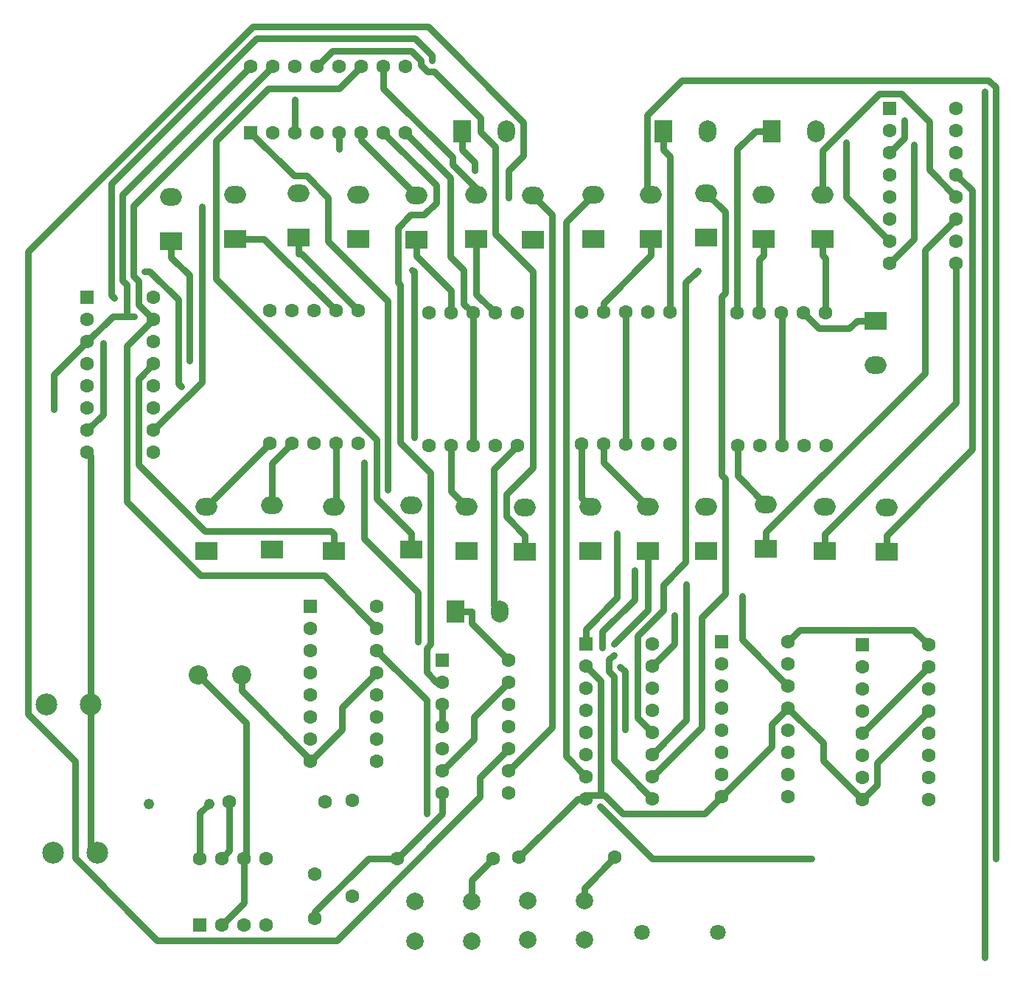
<source format=gbl>
G04 Layer: BottomLayer*
G04 EasyEDA v6.5.22, 2022-11-10 13:02:32*
G04 01bc966966e84c7b8353b39a3c1ed1af,4d8ab2db40884aeb91e54047068f32cb,10*
G04 Gerber Generator version 0.2*
G04 Scale: 100 percent, Rotated: No, Reflected: No *
G04 Dimensions in inches *
G04 leading zeros omitted , absolute positions ,3 integer and 6 decimal *
%FSLAX36Y36*%
%MOIN*%

%AMMACRO1*21,1,$1,$2,0,0,$3*%
%ADD10C,0.0300*%
%ADD11C,0.0630*%
%ADD12C,0.0866*%
%ADD13C,0.0709*%
%ADD14C,0.0787*%
%ADD15R,0.0630X0.0630*%
%ADD16C,0.0630*%
%ADD17O,0.098425X0.07873999999999999*%
%ADD18MACRO1,0.0788X0.0984X90.0000*%
%ADD19O,0.07873999999999999X0.098425*%
%ADD20MACRO1,0.0788X0.0984X0.0000*%
%ADD21MACRO1,0.0788X0.0984X-90.0000*%
%ADD22C,0.0490*%
%ADD23C,0.0984*%
%ADD24C,0.0240*%
%ADD25C,0.0174*%

%LPD*%
D10*
X3141840Y-1511239D02*
G01*
X3088760Y-1511239D01*
X3075000Y-1525000D01*
X3690000Y-1515000D02*
G01*
X3613159Y-1591840D01*
X3240780Y-1591840D01*
X3160180Y-1511239D01*
X3141840Y-1511239D01*
X3141840Y-1511239D02*
G01*
X3141840Y-991840D01*
X3075000Y-925000D01*
X2260000Y1485000D02*
G01*
X2260000Y1482370D01*
X2462039Y1280329D01*
X2462039Y924949D01*
X2523569Y863420D01*
X2523569Y710430D01*
X2564499Y669499D01*
X2223469Y-1795000D02*
G01*
X2425000Y-1593470D01*
X2425000Y-1500000D01*
X2223469Y-1795000D02*
G01*
X2092380Y-1795000D01*
X1850000Y-2037379D01*
X1850000Y-2065000D01*
X2565500Y70500D02*
G01*
X2565500Y668499D01*
X2564499Y669499D01*
X3254499Y674499D02*
G01*
X3255500Y673499D01*
X3255500Y75500D01*
X3959499Y669499D02*
G01*
X3960500Y668499D01*
X3960500Y70500D01*
X1832929Y-1352069D02*
G01*
X1518429Y-1037570D01*
X1518429Y-965000D01*
X1832929Y-1352069D02*
G01*
X1830000Y-1355000D01*
X2130000Y-955000D02*
G01*
X1972989Y-1112010D01*
X1972989Y-1212010D01*
X1832929Y-1352069D01*
X820000Y40000D02*
G01*
X835000Y25000D01*
X835000Y-1100000D01*
X4450000Y895000D02*
G01*
X4556940Y1001939D01*
X4556940Y1428620D01*
X3990000Y-1115000D02*
G01*
X3914610Y-1190390D01*
X3914610Y-1290390D01*
X3690000Y-1515000D01*
X4625000Y-1130000D02*
G01*
X4391580Y-1363420D01*
X4391580Y-1463420D01*
X4325000Y-1530000D01*
X4325000Y-1530000D02*
G01*
X4148609Y-1353609D01*
X4148609Y-1273609D01*
X3990000Y-1115000D01*
X2773469Y-1790000D02*
G01*
X3038469Y-1525000D01*
X3075000Y-1525000D01*
X835000Y-1100000D02*
G01*
X835000Y-1740000D01*
X865000Y-1770000D01*
X1530000Y-1795000D02*
G01*
X1539359Y-1785639D01*
X1539359Y-1182779D01*
X1321580Y-965000D01*
X1430000Y-2095000D02*
G01*
X1530000Y-1995000D01*
X1530000Y-1795000D01*
X3990000Y-1015000D02*
G01*
X3780420Y-805419D01*
X3780420Y-608890D01*
X1560000Y1485000D02*
G01*
X1755180Y1289819D01*
X1811350Y1289819D01*
X1910000Y1191170D01*
X1910000Y993220D01*
X2179359Y723859D01*
X2179359Y-128609D01*
X3375000Y-925000D02*
G01*
X3474160Y-825839D01*
X3474160Y-697680D01*
X4325000Y-1230000D02*
G01*
X4625000Y-930000D01*
X4877799Y1668980D02*
G01*
X4877799Y-2242350D01*
X2656540Y-1795000D02*
G01*
X2557950Y-1893589D01*
X2557950Y-1991419D01*
X3206540Y-1790000D02*
G01*
X3067950Y-1928589D01*
X3067950Y-1986419D01*
X1935000Y-205000D02*
G01*
X1945500Y-194499D01*
X1945500Y80500D01*
X1655000Y-200000D02*
G01*
X1655000Y-10000D01*
X1745500Y80500D01*
X1360000Y-205000D02*
G01*
X1645500Y80500D01*
X1200000Y995000D02*
G01*
X1200000Y920590D01*
X1200000Y920590D02*
G01*
X1282079Y838510D01*
X1282079Y453739D01*
X1775000Y1010000D02*
G01*
X1775000Y935590D01*
X1775000Y935590D02*
G01*
X1788410Y935590D01*
X2044499Y679499D01*
X1490000Y1005000D02*
G01*
X1618999Y1005000D01*
X1944499Y679499D01*
X2535000Y-205000D02*
G01*
X2465500Y-135500D01*
X2465500Y70500D01*
X2765500Y70500D02*
G01*
X2659089Y-35909D01*
X2659089Y-654090D01*
X2685000Y-680000D01*
X2515000Y1490000D02*
G01*
X2515000Y1405790D01*
X2515000Y1405790D02*
G01*
X2571909Y1348879D01*
X2571909Y1312049D01*
X2580000Y1005000D02*
G01*
X2580000Y754000D01*
X2664499Y669499D01*
X2464499Y669499D02*
G01*
X2464499Y771089D01*
X2310000Y925590D01*
X2310000Y1000000D02*
G01*
X2310000Y925590D01*
X3355000Y-205000D02*
G01*
X3155500Y-5500D01*
X3155500Y75500D01*
X3095000Y-205000D02*
G01*
X3055500Y-165500D01*
X3055500Y75500D01*
X3425000Y1490000D02*
G01*
X3425000Y1405790D01*
X3425000Y1405790D02*
G01*
X3454499Y1376289D01*
X3454499Y674499D01*
X3370000Y1005000D02*
G01*
X3370000Y930590D01*
X3370000Y930590D02*
G01*
X3154499Y715090D01*
X3154499Y674499D01*
X3890000Y-195000D02*
G01*
X3760500Y-65500D01*
X3760500Y70500D01*
X3915000Y1490000D02*
G01*
X3840590Y1490000D01*
X3840590Y1490000D02*
G01*
X3759499Y1408910D01*
X3759499Y669499D01*
X4145000Y1005000D02*
G01*
X4145000Y930590D01*
X4145000Y930590D02*
G01*
X4159499Y916089D01*
X4159499Y669499D01*
X4385000Y635000D02*
G01*
X4300789Y635000D01*
X4300789Y635000D02*
G01*
X4265709Y599920D01*
X4129080Y599920D01*
X4059499Y669499D01*
X3880000Y1005000D02*
G01*
X3880000Y930590D01*
X3880000Y930590D02*
G01*
X3859499Y910090D01*
X3859499Y669499D01*
X2297049Y106849D02*
G01*
X2297049Y855689D01*
X2289240Y863499D01*
X2313750Y-815270D02*
G01*
X2313750Y-591649D01*
X2073569Y-351469D01*
X2073569Y-7939D01*
X2310000Y1200000D02*
G01*
X2060000Y1450000D01*
X2060000Y1485000D01*
X2425000Y-1000000D02*
G01*
X2400190Y-1000000D01*
X2354369Y-954180D01*
X2354369Y-845450D01*
X2371620Y-828200D01*
X2371620Y-53020D01*
X2236000Y82600D01*
X2236000Y795419D01*
X2224650Y806770D01*
X2224650Y1053820D01*
X2282990Y1112159D01*
X2342380Y1112159D01*
X2397910Y1167689D01*
X2397910Y1247089D01*
X2160000Y1485000D01*
X2725000Y-1000000D02*
G01*
X2567990Y-1157010D01*
X2567990Y-1257010D01*
X2425000Y-1400000D01*
X2425000Y-1200000D02*
G01*
X2425000Y-1100000D01*
X2835000Y1200000D02*
G01*
X2922010Y1112989D01*
X2922010Y-1202989D01*
X2725000Y-1400000D01*
X2725000Y-1300000D02*
G01*
X2596109Y-1428890D01*
X2596109Y-1516840D01*
X1946980Y-2165970D01*
X1136840Y-2165970D01*
X765000Y-1794130D01*
X765000Y-1357179D01*
X550450Y-1142629D01*
X550450Y945290D01*
X1567460Y1962300D01*
X2360690Y1962300D01*
X2791340Y1531649D01*
X2791340Y1379769D01*
X2724139Y1312570D01*
X2724139Y1189659D01*
X2160000Y1785000D02*
G01*
X2160000Y1685000D01*
X2472870Y1372130D01*
X2472870Y1340290D01*
X2580000Y1233159D01*
X2580000Y1205000D01*
X1660000Y1785000D02*
G01*
X1028609Y1153609D01*
X1028609Y837310D01*
X1053119Y812800D01*
X1053119Y706880D01*
X1120000Y640000D01*
X1120000Y640000D02*
G01*
X999650Y519650D01*
X999650Y-183400D01*
X1331980Y-515729D01*
X1890730Y-515729D01*
X2130000Y-755000D01*
X820000Y140000D02*
G01*
X891589Y211590D01*
X891589Y535030D01*
X669619Y233820D02*
G01*
X669619Y389619D01*
X820000Y540000D01*
X1560000Y1785000D02*
G01*
X978540Y1203539D01*
X978540Y816579D01*
X997110Y798009D01*
X997110Y654600D01*
X997110Y654600D02*
G01*
X1031270Y654600D01*
X820000Y540000D02*
G01*
X934600Y654600D01*
X997110Y654600D01*
X1760000Y1485000D02*
G01*
X1760000Y1632579D01*
X4450000Y1395000D02*
G01*
X4516580Y1461579D01*
X4516580Y1540059D01*
X2485000Y-680000D02*
G01*
X2559409Y-680000D01*
X2559409Y-680000D02*
G01*
X2559409Y-734409D01*
X2725000Y-900000D01*
X4625000Y-830000D02*
G01*
X4556589Y-761590D01*
X4043410Y-761590D01*
X3990000Y-815000D01*
X1370240Y-1550000D02*
G01*
X1330000Y-1590239D01*
X1330000Y-1795000D01*
X1463469Y-1540000D02*
G01*
X1463469Y-1761529D01*
X1430000Y-1795000D01*
X1935000Y-405000D02*
G01*
X1935000Y-330590D01*
X1935000Y-330590D02*
G01*
X1922089Y-317680D01*
X1352150Y-317680D01*
X1051059Y-16590D01*
X1051059Y371060D01*
X1120000Y440000D01*
X1120000Y140000D02*
G01*
X1337780Y357779D01*
X1337780Y1150870D01*
X1960000Y1485000D02*
G01*
X1960000Y1411190D01*
X1860000Y1785000D02*
G01*
X1928930Y1853930D01*
X2286819Y1853930D01*
X2329160Y1811590D01*
X2329160Y1788800D01*
X2358500Y1759459D01*
X2388890Y1759459D01*
X2597349Y1550999D01*
X2597349Y1487399D01*
X2665590Y1419160D01*
X2665590Y1026920D01*
X2834390Y858119D01*
X2834390Y-31199D01*
X2715600Y-149989D01*
X2715600Y-251190D01*
X2800000Y-335590D01*
X2800000Y-410000D02*
G01*
X2800000Y-335590D01*
X2285000Y-325590D02*
G01*
X2129269Y-169859D01*
X2129269Y97040D01*
X1402370Y823939D01*
X1402370Y1446660D01*
X1638360Y1682649D01*
X1957650Y1682649D01*
X2060000Y1785000D01*
X2285000Y-400000D02*
G01*
X2285000Y-325590D01*
X1078680Y858049D02*
G01*
X1078680Y858040D01*
X1102659Y858040D01*
X1231999Y728699D01*
X1231999Y350090D01*
X1245640Y336449D01*
X2379229Y1809529D02*
G01*
X2379229Y1832350D01*
X2302929Y1908649D01*
X1584729Y1908649D01*
X928459Y1252379D01*
X928459Y751550D01*
X941660Y738350D01*
X3150180Y-843330D02*
G01*
X3150180Y-769810D01*
X3293630Y-626359D01*
X3293630Y-492649D01*
X3227259Y-928389D02*
G01*
X3250339Y-951469D01*
X3250339Y-1213279D01*
X3580659Y859479D02*
G01*
X3526819Y805639D01*
X3526819Y-457809D01*
X3424099Y-560529D01*
X3424099Y-674529D01*
X3308310Y-790320D01*
X3308310Y-1158310D01*
X3375000Y-1225000D01*
X3375000Y-1325000D02*
G01*
X3528490Y-1171509D01*
X3528490Y-555920D01*
X3620000Y1210000D02*
G01*
X3704269Y1125729D01*
X3704269Y759439D01*
X3688919Y744090D01*
X3688919Y-64740D01*
X3705370Y-81190D01*
X3705370Y-599229D01*
X3598280Y-706320D01*
X3598280Y-1201720D01*
X3375000Y-1425000D01*
X3200259Y-874929D02*
G01*
X3177190Y-898000D01*
X3177190Y-949119D01*
X3200259Y-972190D01*
X3200259Y-1350259D01*
X3375000Y-1525000D01*
X3355000Y-405000D02*
G01*
X3355000Y-672829D01*
X3200259Y-827570D01*
X3200259Y-827590D01*
X3110000Y1205000D02*
G01*
X2984560Y1079560D01*
X2984560Y-1334560D01*
X3075000Y-1425000D01*
X3370000Y1205000D02*
G01*
X3350519Y1224479D01*
X3350519Y1563350D01*
X3508680Y1721509D01*
X4896800Y1721509D01*
X4927870Y1690439D01*
X4927870Y-1797339D01*
X4095259Y-1797339D02*
G01*
X3375479Y-1797339D01*
X3139449Y-1561309D01*
X3075000Y-758490D02*
G01*
X3215829Y-617660D01*
X3215829Y-328099D01*
X3075000Y-825000D02*
G01*
X3075000Y-758490D01*
X4435000Y-410000D02*
G01*
X4435000Y-335590D01*
X4435000Y-335590D02*
G01*
X4822619Y52029D01*
X4822619Y1222379D01*
X4750000Y1295000D01*
X4750000Y1195000D02*
G01*
X4629110Y1315889D01*
X4629110Y1534510D01*
X4502039Y1661579D01*
X4402280Y1661579D01*
X4145000Y1404299D01*
X4145000Y1205000D01*
X3890000Y-395000D02*
G01*
X3890000Y-320590D01*
X3890000Y-320590D02*
G01*
X4607020Y396430D01*
X4607020Y952020D01*
X4750000Y1095000D01*
X4155000Y-405000D02*
G01*
X4155000Y-330590D01*
X4155000Y-330590D02*
G01*
X4750000Y264409D01*
X4750000Y895000D01*
X4450000Y995000D02*
G01*
X4253220Y1191779D01*
X4253220Y1441709D01*
X2130000Y-855000D02*
G01*
X2356059Y-1081060D01*
X2356059Y-1591610D01*
D11*
G01*
X1850000Y-2065000D03*
G01*
X1850000Y-1865000D03*
D12*
G01*
X1321580Y-965000D03*
G01*
X1518419Y-965000D03*
D13*
G01*
X3328739Y-2130000D03*
G01*
X3671260Y-2130000D03*
D14*
G01*
X2302049Y-2168580D03*
G01*
X2557950Y-2168580D03*
G01*
X2557950Y-1991419D03*
G01*
X2302049Y-1991419D03*
G01*
X2812049Y-2163580D03*
G01*
X3067950Y-2163580D03*
G01*
X3067950Y-1986419D03*
G01*
X2812049Y-1986419D03*
D11*
G01*
X1945500Y80500D03*
G01*
X1845500Y80500D03*
G01*
X1745500Y80500D03*
G01*
X2045500Y80500D03*
G01*
X1645500Y80500D03*
G01*
X1644499Y679499D03*
G01*
X2044499Y679499D03*
G01*
X1944499Y679499D03*
G01*
X1744499Y679499D03*
G01*
X1844499Y679499D03*
G01*
X2665500Y70500D03*
G01*
X2565500Y70500D03*
G01*
X2465500Y70500D03*
G01*
X2765500Y70500D03*
G01*
X2365500Y70500D03*
G01*
X2364499Y669499D03*
G01*
X2764499Y669499D03*
G01*
X2664499Y669499D03*
G01*
X2464499Y669499D03*
G01*
X2564499Y669499D03*
G01*
X3355500Y75500D03*
G01*
X3255500Y75500D03*
G01*
X3155500Y75500D03*
G01*
X3455500Y75500D03*
G01*
X3055500Y75500D03*
G01*
X3054499Y674499D03*
G01*
X3454499Y674499D03*
G01*
X3354499Y674499D03*
G01*
X3154499Y674499D03*
G01*
X3254499Y674499D03*
G01*
X4060500Y70500D03*
G01*
X3960500Y70500D03*
G01*
X3860500Y70500D03*
G01*
X4160500Y70500D03*
G01*
X3760500Y70500D03*
G01*
X3759499Y669499D03*
G01*
X4159499Y669499D03*
G01*
X4059499Y669499D03*
G01*
X3859499Y669499D03*
G01*
X3959499Y669499D03*
D15*
G01*
X2425000Y-900000D03*
D16*
G01*
X2425000Y-1000000D03*
G01*
X2425000Y-1300000D03*
G01*
X2425000Y-1400000D03*
G01*
X2425000Y-1100000D03*
G01*
X2425000Y-1200000D03*
G01*
X2425000Y-1500000D03*
G01*
X2725000Y-1500000D03*
G01*
X2725000Y-1400000D03*
G01*
X2725000Y-1300000D03*
G01*
X2725000Y-1200000D03*
G01*
X2725000Y-1100000D03*
G01*
X2725000Y-1000000D03*
G01*
X2725000Y-900000D03*
D15*
G01*
X1330000Y-2095000D03*
D16*
G01*
X1430000Y-2095000D03*
G01*
X1530000Y-2095000D03*
G01*
X1630000Y-2095000D03*
G01*
X1630000Y-1795000D03*
G01*
X1530000Y-1795000D03*
G01*
X1430000Y-1795000D03*
G01*
X1330000Y-1795000D03*
D11*
G01*
X1120000Y740000D03*
G01*
X1120000Y640000D03*
G01*
X1120000Y540000D03*
G01*
X1120000Y440000D03*
G01*
X1120000Y340000D03*
G01*
X1120000Y240000D03*
G01*
X1120000Y140000D03*
G01*
X1120000Y40000D03*
G01*
X820000Y40000D03*
G01*
X820000Y140000D03*
G01*
X820000Y240000D03*
G01*
X820000Y340000D03*
G01*
X820000Y440000D03*
G01*
X820000Y540000D03*
G01*
X820000Y640000D03*
D15*
G01*
X820000Y740000D03*
D11*
G01*
X1560000Y1785000D03*
G01*
X1660000Y1785000D03*
G01*
X1760000Y1785000D03*
G01*
X1860000Y1785000D03*
G01*
X1960000Y1785000D03*
G01*
X2060000Y1785000D03*
G01*
X2160000Y1785000D03*
G01*
X2260000Y1785000D03*
G01*
X2260000Y1485000D03*
G01*
X2160000Y1485000D03*
G01*
X2060000Y1485000D03*
G01*
X1960000Y1485000D03*
G01*
X1860000Y1485000D03*
G01*
X1760000Y1485000D03*
G01*
X1660000Y1485000D03*
D15*
G01*
X1560000Y1485000D03*
D11*
G01*
X3375000Y-825000D03*
G01*
X3375000Y-925000D03*
G01*
X3375000Y-1025000D03*
G01*
X3375000Y-1125000D03*
G01*
X3375000Y-1225000D03*
G01*
X3375000Y-1325000D03*
G01*
X3375000Y-1425000D03*
G01*
X3375000Y-1525000D03*
G01*
X3075000Y-1525000D03*
G01*
X3075000Y-1425000D03*
G01*
X3075000Y-1325000D03*
G01*
X3075000Y-1225000D03*
G01*
X3075000Y-1125000D03*
G01*
X3075000Y-1025000D03*
G01*
X3075000Y-925000D03*
D15*
G01*
X3075000Y-825000D03*
D11*
G01*
X4750000Y1595000D03*
G01*
X4750000Y1495000D03*
G01*
X4750000Y1395000D03*
G01*
X4750000Y1295000D03*
G01*
X4750000Y1195000D03*
G01*
X4750000Y1095000D03*
G01*
X4750000Y995000D03*
G01*
X4750000Y895000D03*
G01*
X4450000Y895000D03*
G01*
X4450000Y995000D03*
G01*
X4450000Y1095000D03*
G01*
X4450000Y1195000D03*
G01*
X4450000Y1295000D03*
G01*
X4450000Y1395000D03*
G01*
X4450000Y1495000D03*
D15*
G01*
X4450000Y1595000D03*
D11*
G01*
X2130000Y-655000D03*
G01*
X2130000Y-755000D03*
G01*
X2130000Y-855000D03*
G01*
X2130000Y-955000D03*
G01*
X2130000Y-1055000D03*
G01*
X2130000Y-1155000D03*
G01*
X2130000Y-1255000D03*
G01*
X2130000Y-1355000D03*
G01*
X1830000Y-1355000D03*
G01*
X1830000Y-1255000D03*
G01*
X1830000Y-1155000D03*
G01*
X1830000Y-1055000D03*
G01*
X1830000Y-955000D03*
G01*
X1830000Y-855000D03*
G01*
X1830000Y-755000D03*
D15*
G01*
X1830000Y-655000D03*
D11*
G01*
X3990000Y-815000D03*
G01*
X3990000Y-915000D03*
G01*
X3990000Y-1015000D03*
G01*
X3990000Y-1115000D03*
G01*
X3990000Y-1215000D03*
G01*
X3990000Y-1315000D03*
G01*
X3990000Y-1415000D03*
G01*
X3990000Y-1515000D03*
G01*
X3690000Y-1515000D03*
G01*
X3690000Y-1415000D03*
G01*
X3690000Y-1315000D03*
G01*
X3690000Y-1215000D03*
G01*
X3690000Y-1115000D03*
G01*
X3690000Y-1015000D03*
G01*
X3690000Y-915000D03*
D15*
G01*
X3690000Y-815000D03*
D11*
G01*
X4625000Y-830000D03*
G01*
X4625000Y-930000D03*
G01*
X4625000Y-1030000D03*
G01*
X4625000Y-1130000D03*
G01*
X4625000Y-1230000D03*
G01*
X4625000Y-1330000D03*
G01*
X4625000Y-1430000D03*
G01*
X4625000Y-1530000D03*
G01*
X4325000Y-1530000D03*
G01*
X4325000Y-1430000D03*
G01*
X4325000Y-1330000D03*
G01*
X4325000Y-1230000D03*
G01*
X4325000Y-1130000D03*
G01*
X4325000Y-1030000D03*
G01*
X4325000Y-930000D03*
D15*
G01*
X4325000Y-830000D03*
D17*
G01*
X1360000Y-205000D03*
D18*
G01*
X1360000Y-405000D03*
D17*
G01*
X1655000Y-200000D03*
D18*
G01*
X1655000Y-400000D03*
D17*
G01*
X1935000Y-205000D03*
D18*
G01*
X1935000Y-405000D03*
D17*
G01*
X1200000Y1195000D03*
D18*
G01*
X1200000Y995000D03*
D17*
G01*
X2045000Y1205000D03*
D18*
G01*
X2045000Y1005000D03*
D17*
G01*
X2285000Y-200000D03*
D18*
G01*
X2285000Y-400000D03*
D17*
G01*
X1490000Y1205000D03*
D18*
G01*
X1490000Y1005000D03*
D17*
G01*
X1775000Y1210000D03*
D18*
G01*
X1775000Y1010000D03*
D17*
G01*
X2535000Y-205000D03*
D18*
G01*
X2535000Y-405000D03*
D17*
G01*
X2800000Y-210000D03*
D18*
G01*
X2800000Y-410000D03*
D19*
G01*
X4115000Y1490000D03*
D20*
G01*
X3915000Y1490000D03*
D19*
G01*
X2715000Y1490000D03*
D20*
G01*
X2515000Y1490000D03*
D17*
G01*
X2310000Y1200000D03*
D18*
G01*
X2310000Y1000000D03*
D17*
G01*
X2580000Y1205000D03*
D18*
G01*
X2580000Y1005000D03*
D17*
G01*
X2835000Y1200000D03*
D18*
G01*
X2835000Y1000000D03*
D17*
G01*
X3095000Y-205000D03*
D18*
G01*
X3095000Y-405000D03*
D17*
G01*
X3355000Y-205000D03*
D18*
G01*
X3355000Y-405000D03*
D17*
G01*
X3620000Y-205000D03*
D18*
G01*
X3620000Y-405000D03*
D17*
G01*
X3110000Y1205000D03*
D18*
G01*
X3110000Y1005000D03*
D17*
G01*
X3370000Y1205000D03*
D18*
G01*
X3370000Y1005000D03*
D17*
G01*
X3620000Y1210000D03*
D18*
G01*
X3620000Y1010000D03*
D19*
G01*
X3625000Y1490000D03*
D20*
G01*
X3425000Y1490000D03*
D17*
G01*
X3880000Y1205000D03*
D18*
G01*
X3880000Y1005000D03*
D17*
G01*
X4385000Y435000D03*
D21*
G01*
X4385000Y635000D03*
D17*
G01*
X4145000Y1205000D03*
D18*
G01*
X4145000Y1005000D03*
D17*
G01*
X4435000Y-210000D03*
D18*
G01*
X4435000Y-410000D03*
D17*
G01*
X4155000Y-205000D03*
D18*
G01*
X4155000Y-405000D03*
D17*
G01*
X3890000Y-195000D03*
D18*
G01*
X3890000Y-395000D03*
D11*
G01*
X2656540Y-1795000D03*
G01*
X2223469Y-1795000D03*
G01*
X3206540Y-1790000D03*
G01*
X2773469Y-1790000D03*
G01*
X2020000Y-1533470D03*
G01*
X2020000Y-1966540D03*
G01*
X1463459Y-1540000D03*
G01*
X1896540Y-1540000D03*
D22*
G01*
X1099759Y-1550000D03*
G01*
X1370240Y-1550000D03*
D23*
G01*
X865000Y-1770000D03*
G01*
X665000Y-1770000D03*
G01*
X835000Y-1100000D03*
G01*
X635000Y-1100000D03*
D19*
G01*
X2685000Y-680000D03*
D20*
G01*
X2485000Y-680000D03*
D24*
G01*
X4556940Y1428620D03*
G01*
X3780420Y-608890D03*
G01*
X2179359Y-128609D03*
G01*
X3474160Y-697680D03*
G01*
X4877799Y-2242350D03*
G01*
X4877799Y1668980D03*
G01*
X1282079Y453739D03*
G01*
X2571909Y1312049D03*
G01*
X2313750Y-815270D03*
G01*
X2073569Y-7939D03*
G01*
X2297049Y106849D03*
G01*
X2289240Y863499D03*
G01*
X2724139Y1189659D03*
G01*
X891589Y535030D03*
G01*
X669619Y233820D03*
G01*
X1031270Y654600D03*
G01*
X1760000Y1632579D03*
G01*
X4516580Y1540059D03*
G01*
X1337780Y1150870D03*
G01*
X1960000Y1411190D03*
G01*
X941660Y738350D03*
G01*
X2379229Y1809529D03*
G01*
X1078680Y858049D03*
G01*
X1245640Y336449D03*
G01*
X3250339Y-1213279D03*
G01*
X3227259Y-928389D03*
G01*
X3150180Y-843330D03*
G01*
X3293630Y-492649D03*
G01*
X3580659Y859479D03*
G01*
X3528490Y-555920D03*
G01*
X3200259Y-874929D03*
G01*
X3200259Y-827590D03*
G01*
X3139449Y-1561309D03*
G01*
X4095259Y-1797339D03*
G01*
X4927870Y-1797339D03*
G01*
X3215829Y-328099D03*
G01*
X4253220Y1441709D03*
G01*
X2356059Y-1591610D03*
M02*

</source>
